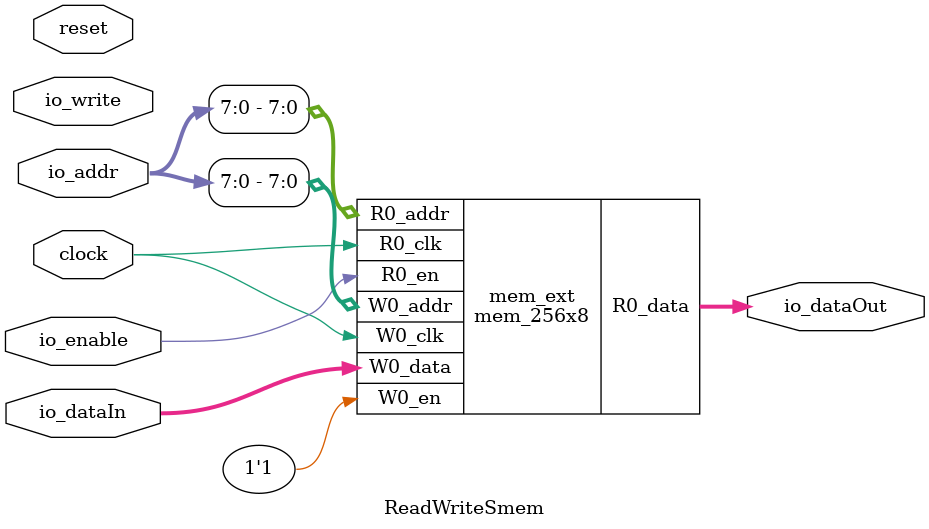
<source format=v>
module mem_256x8(
  input  [7:0] R0_addr,
  input        R0_en,
               R0_clk,
  input  [7:0] W0_addr,
  input        W0_en,
               W0_clk,
  input  [7:0] W0_data,
  output [7:0] R0_data
);

  reg [7:0] Memory[0:255];
  reg       _R0_en_d0;
  reg [7:0] _R0_addr_d0;
  always @(posedge R0_clk) begin
    _R0_en_d0 <= R0_en;
    _R0_addr_d0 <= R0_addr;
  end // always @(posedge)
  always @(posedge W0_clk) begin
    if (W0_en)
      Memory[W0_addr] <= W0_data;
  end // always @(posedge)
  assign R0_data = _R0_en_d0 ? Memory[_R0_addr_d0] : 8'bx;
endmodule

module ReadWriteSmem(
  input        clock,
               reset,
               io_enable,
               io_write,
  input  [9:0] io_addr,
  input  [7:0] io_dataIn,
  output [7:0] io_dataOut
);

  mem_256x8 mem_ext (
    .R0_addr (io_addr[7:0]),
    .R0_en   (io_enable),
    .R0_clk  (clock),
    .W0_addr (io_addr[7:0]),
    .W0_en   (1'h1),
    .W0_clk  (clock),
    .W0_data (io_dataIn),
    .R0_data (io_dataOut)
  );
endmodule


</source>
